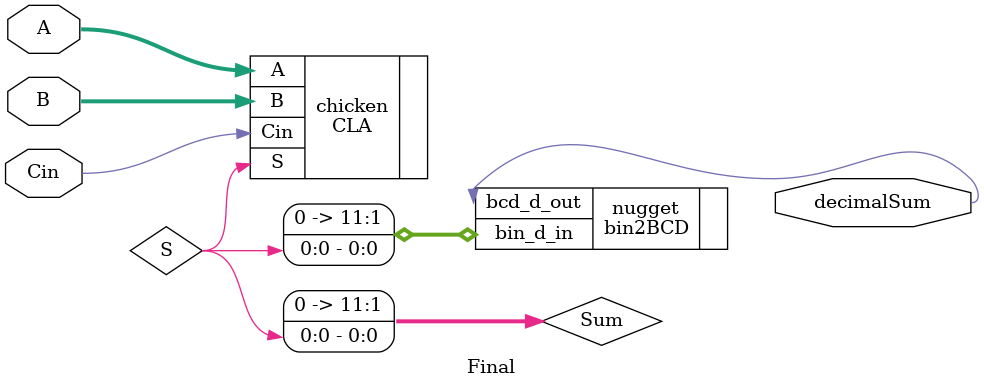
<source format=v>
`timescale 1ns / 1ps

module Final(
    input [3:0] A,
    input [3:0] B,
    input Cin,
    output decimalSum
    );
    wire [11:0] Sum;
    CLA chicken(.A(A), .B(B), .Cin(Cin), .S(S));
    assign Sum = {7'b0, S};
    bin2BCD nugget(.bin_d_in(Sum), .bcd_d_out(decimalSum));
    
endmodule

</source>
